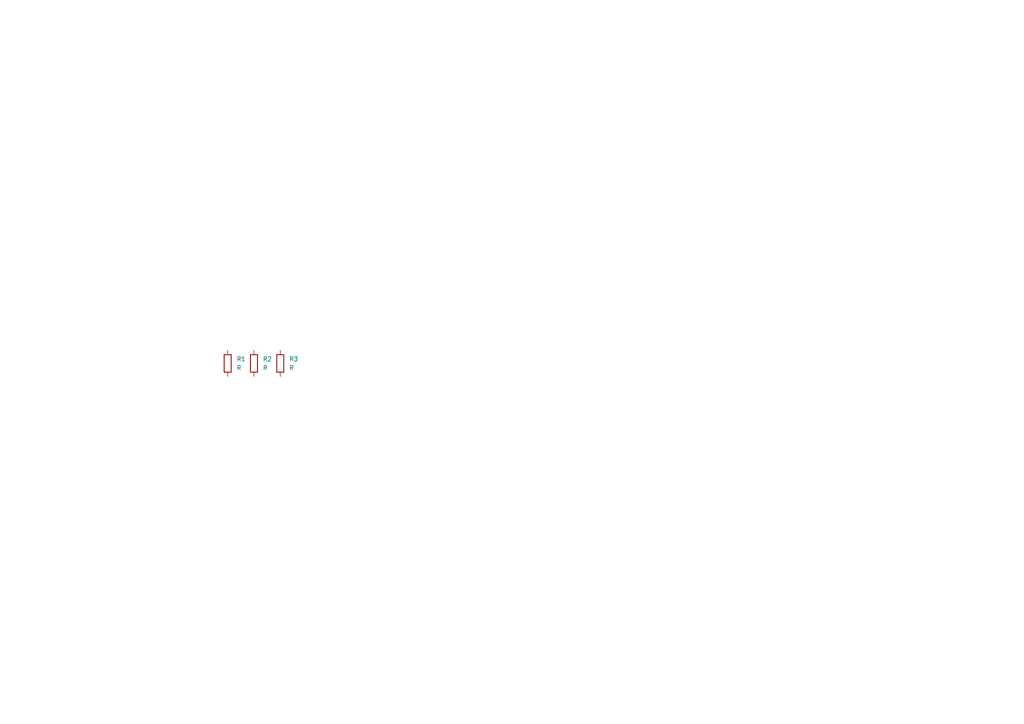
<source format=kicad_sch>
(kicad_sch (version 20231120) (generator "eeschema") (generator_version "8.0")
  (paper "A4")
  (lib_symbols
    (symbol "Device:R" (pin_numbers hide) (pin_names (offset 0))
      (property "Reference" "R" (at 2.032 0 90))
      (property "Value" "R" (at 0 0 90))
      (symbol "R_0_1"
        (rectangle (start -1.016 -2.54) (end 1.016 2.54) (stroke (width 0.254)))
      )
      (symbol "R_1_1"
        (pin passive line (at 0 3.81 270) (length 1.27) (name "~") (number "1"))
        (pin passive line (at 0 -3.81 90) (length 1.27) (name "~") (number "2"))
      )
    )
  )
  (symbol (lib_id "Device:R") (at 66.04 105.41 0) (unit 1)
    (property "Reference" "R1" (at 68.58 104.1399 0) (effects (justify left)))
    (property "Value" "R" (at 68.58 106.6799 0) (effects (justify left)))
    (property "Footprint" "Symbol:ESD-Logo_6.6x6mm_SilkScreen" (effects (hide yes)))
    (property "Description" "Resistor" (effects (hide yes)))
  )
  (symbol (lib_id "Device:R") (at 73.66 105.41 0) (unit 1)
    (property "Reference" "R2" (at 76.2 104.1399 0) (effects (justify left)))
    (property "Value" "R" (at 76.2 106.6799 0) (effects (justify left)))
    (property "Footprint" "Symbol:ESD-Logo_6.6x6mm_SilkScreen" (effects (hide yes)))
    (property "Description" "Resistor" (effects (hide yes)))
  )
  (symbol (lib_id "Device:R") (at 81.28 105.41 0) (unit 1)
    (property "Reference" "R3" (at 83.82 104.1399 0) (effects (justify left)))
    (property "Value" "R" (at 83.82 106.6799 0) (effects (justify left)))
    (property "Footprint" "Symbol:ESD-Logo_6.6x6mm_SilkScreen" (effects (hide yes)))
    (property "Description" "Resistor" (effects (hide yes)))
  )
)
</source>
